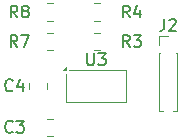
<source format=gbr>
%TF.GenerationSoftware,KiCad,Pcbnew,9.0.4*%
%TF.CreationDate,2025-11-12T18:25:33-05:00*%
%TF.ProjectId,hermes,6865726d-6573-42e6-9b69-6361645f7063,rev?*%
%TF.SameCoordinates,Original*%
%TF.FileFunction,Legend,Top*%
%TF.FilePolarity,Positive*%
%FSLAX46Y46*%
G04 Gerber Fmt 4.6, Leading zero omitted, Abs format (unit mm)*
G04 Created by KiCad (PCBNEW 9.0.4) date 2025-11-12 18:25:33*
%MOMM*%
%LPD*%
G01*
G04 APERTURE LIST*
%ADD10C,0.150000*%
%ADD11C,0.120000*%
G04 APERTURE END LIST*
D10*
X164245833Y-107704819D02*
X163912500Y-107228628D01*
X163674405Y-107704819D02*
X163674405Y-106704819D01*
X163674405Y-106704819D02*
X164055357Y-106704819D01*
X164055357Y-106704819D02*
X164150595Y-106752438D01*
X164150595Y-106752438D02*
X164198214Y-106800057D01*
X164198214Y-106800057D02*
X164245833Y-106895295D01*
X164245833Y-106895295D02*
X164245833Y-107038152D01*
X164245833Y-107038152D02*
X164198214Y-107133390D01*
X164198214Y-107133390D02*
X164150595Y-107181009D01*
X164150595Y-107181009D02*
X164055357Y-107228628D01*
X164055357Y-107228628D02*
X163674405Y-107228628D01*
X164817262Y-107133390D02*
X164722024Y-107085771D01*
X164722024Y-107085771D02*
X164674405Y-107038152D01*
X164674405Y-107038152D02*
X164626786Y-106942914D01*
X164626786Y-106942914D02*
X164626786Y-106895295D01*
X164626786Y-106895295D02*
X164674405Y-106800057D01*
X164674405Y-106800057D02*
X164722024Y-106752438D01*
X164722024Y-106752438D02*
X164817262Y-106704819D01*
X164817262Y-106704819D02*
X165007738Y-106704819D01*
X165007738Y-106704819D02*
X165102976Y-106752438D01*
X165102976Y-106752438D02*
X165150595Y-106800057D01*
X165150595Y-106800057D02*
X165198214Y-106895295D01*
X165198214Y-106895295D02*
X165198214Y-106942914D01*
X165198214Y-106942914D02*
X165150595Y-107038152D01*
X165150595Y-107038152D02*
X165102976Y-107085771D01*
X165102976Y-107085771D02*
X165007738Y-107133390D01*
X165007738Y-107133390D02*
X164817262Y-107133390D01*
X164817262Y-107133390D02*
X164722024Y-107181009D01*
X164722024Y-107181009D02*
X164674405Y-107228628D01*
X164674405Y-107228628D02*
X164626786Y-107323866D01*
X164626786Y-107323866D02*
X164626786Y-107514342D01*
X164626786Y-107514342D02*
X164674405Y-107609580D01*
X164674405Y-107609580D02*
X164722024Y-107657200D01*
X164722024Y-107657200D02*
X164817262Y-107704819D01*
X164817262Y-107704819D02*
X165007738Y-107704819D01*
X165007738Y-107704819D02*
X165102976Y-107657200D01*
X165102976Y-107657200D02*
X165150595Y-107609580D01*
X165150595Y-107609580D02*
X165198214Y-107514342D01*
X165198214Y-107514342D02*
X165198214Y-107323866D01*
X165198214Y-107323866D02*
X165150595Y-107228628D01*
X165150595Y-107228628D02*
X165102976Y-107181009D01*
X165102976Y-107181009D02*
X165007738Y-107133390D01*
X164245833Y-110204819D02*
X163912500Y-109728628D01*
X163674405Y-110204819D02*
X163674405Y-109204819D01*
X163674405Y-109204819D02*
X164055357Y-109204819D01*
X164055357Y-109204819D02*
X164150595Y-109252438D01*
X164150595Y-109252438D02*
X164198214Y-109300057D01*
X164198214Y-109300057D02*
X164245833Y-109395295D01*
X164245833Y-109395295D02*
X164245833Y-109538152D01*
X164245833Y-109538152D02*
X164198214Y-109633390D01*
X164198214Y-109633390D02*
X164150595Y-109681009D01*
X164150595Y-109681009D02*
X164055357Y-109728628D01*
X164055357Y-109728628D02*
X163674405Y-109728628D01*
X164579167Y-109204819D02*
X165245833Y-109204819D01*
X165245833Y-109204819D02*
X164817262Y-110204819D01*
X173745833Y-107704819D02*
X173412500Y-107228628D01*
X173174405Y-107704819D02*
X173174405Y-106704819D01*
X173174405Y-106704819D02*
X173555357Y-106704819D01*
X173555357Y-106704819D02*
X173650595Y-106752438D01*
X173650595Y-106752438D02*
X173698214Y-106800057D01*
X173698214Y-106800057D02*
X173745833Y-106895295D01*
X173745833Y-106895295D02*
X173745833Y-107038152D01*
X173745833Y-107038152D02*
X173698214Y-107133390D01*
X173698214Y-107133390D02*
X173650595Y-107181009D01*
X173650595Y-107181009D02*
X173555357Y-107228628D01*
X173555357Y-107228628D02*
X173174405Y-107228628D01*
X174602976Y-107038152D02*
X174602976Y-107704819D01*
X174364881Y-106657200D02*
X174126786Y-107371485D01*
X174126786Y-107371485D02*
X174745833Y-107371485D01*
X173745833Y-110204819D02*
X173412500Y-109728628D01*
X173174405Y-110204819D02*
X173174405Y-109204819D01*
X173174405Y-109204819D02*
X173555357Y-109204819D01*
X173555357Y-109204819D02*
X173650595Y-109252438D01*
X173650595Y-109252438D02*
X173698214Y-109300057D01*
X173698214Y-109300057D02*
X173745833Y-109395295D01*
X173745833Y-109395295D02*
X173745833Y-109538152D01*
X173745833Y-109538152D02*
X173698214Y-109633390D01*
X173698214Y-109633390D02*
X173650595Y-109681009D01*
X173650595Y-109681009D02*
X173555357Y-109728628D01*
X173555357Y-109728628D02*
X173174405Y-109728628D01*
X174079167Y-109204819D02*
X174698214Y-109204819D01*
X174698214Y-109204819D02*
X174364881Y-109585771D01*
X174364881Y-109585771D02*
X174507738Y-109585771D01*
X174507738Y-109585771D02*
X174602976Y-109633390D01*
X174602976Y-109633390D02*
X174650595Y-109681009D01*
X174650595Y-109681009D02*
X174698214Y-109776247D01*
X174698214Y-109776247D02*
X174698214Y-110014342D01*
X174698214Y-110014342D02*
X174650595Y-110109580D01*
X174650595Y-110109580D02*
X174602976Y-110157200D01*
X174602976Y-110157200D02*
X174507738Y-110204819D01*
X174507738Y-110204819D02*
X174222024Y-110204819D01*
X174222024Y-110204819D02*
X174126786Y-110157200D01*
X174126786Y-110157200D02*
X174079167Y-110109580D01*
X176666666Y-107844819D02*
X176666666Y-108559104D01*
X176666666Y-108559104D02*
X176619047Y-108701961D01*
X176619047Y-108701961D02*
X176523809Y-108797200D01*
X176523809Y-108797200D02*
X176380952Y-108844819D01*
X176380952Y-108844819D02*
X176285714Y-108844819D01*
X177095238Y-107940057D02*
X177142857Y-107892438D01*
X177142857Y-107892438D02*
X177238095Y-107844819D01*
X177238095Y-107844819D02*
X177476190Y-107844819D01*
X177476190Y-107844819D02*
X177571428Y-107892438D01*
X177571428Y-107892438D02*
X177619047Y-107940057D01*
X177619047Y-107940057D02*
X177666666Y-108035295D01*
X177666666Y-108035295D02*
X177666666Y-108130533D01*
X177666666Y-108130533D02*
X177619047Y-108273390D01*
X177619047Y-108273390D02*
X177047619Y-108844819D01*
X177047619Y-108844819D02*
X177666666Y-108844819D01*
X163833333Y-113859580D02*
X163785714Y-113907200D01*
X163785714Y-113907200D02*
X163642857Y-113954819D01*
X163642857Y-113954819D02*
X163547619Y-113954819D01*
X163547619Y-113954819D02*
X163404762Y-113907200D01*
X163404762Y-113907200D02*
X163309524Y-113811961D01*
X163309524Y-113811961D02*
X163261905Y-113716723D01*
X163261905Y-113716723D02*
X163214286Y-113526247D01*
X163214286Y-113526247D02*
X163214286Y-113383390D01*
X163214286Y-113383390D02*
X163261905Y-113192914D01*
X163261905Y-113192914D02*
X163309524Y-113097676D01*
X163309524Y-113097676D02*
X163404762Y-113002438D01*
X163404762Y-113002438D02*
X163547619Y-112954819D01*
X163547619Y-112954819D02*
X163642857Y-112954819D01*
X163642857Y-112954819D02*
X163785714Y-113002438D01*
X163785714Y-113002438D02*
X163833333Y-113050057D01*
X164690476Y-113288152D02*
X164690476Y-113954819D01*
X164452381Y-112907200D02*
X164214286Y-113621485D01*
X164214286Y-113621485D02*
X164833333Y-113621485D01*
X163833333Y-117359580D02*
X163785714Y-117407200D01*
X163785714Y-117407200D02*
X163642857Y-117454819D01*
X163642857Y-117454819D02*
X163547619Y-117454819D01*
X163547619Y-117454819D02*
X163404762Y-117407200D01*
X163404762Y-117407200D02*
X163309524Y-117311961D01*
X163309524Y-117311961D02*
X163261905Y-117216723D01*
X163261905Y-117216723D02*
X163214286Y-117026247D01*
X163214286Y-117026247D02*
X163214286Y-116883390D01*
X163214286Y-116883390D02*
X163261905Y-116692914D01*
X163261905Y-116692914D02*
X163309524Y-116597676D01*
X163309524Y-116597676D02*
X163404762Y-116502438D01*
X163404762Y-116502438D02*
X163547619Y-116454819D01*
X163547619Y-116454819D02*
X163642857Y-116454819D01*
X163642857Y-116454819D02*
X163785714Y-116502438D01*
X163785714Y-116502438D02*
X163833333Y-116550057D01*
X164166667Y-116454819D02*
X164785714Y-116454819D01*
X164785714Y-116454819D02*
X164452381Y-116835771D01*
X164452381Y-116835771D02*
X164595238Y-116835771D01*
X164595238Y-116835771D02*
X164690476Y-116883390D01*
X164690476Y-116883390D02*
X164738095Y-116931009D01*
X164738095Y-116931009D02*
X164785714Y-117026247D01*
X164785714Y-117026247D02*
X164785714Y-117264342D01*
X164785714Y-117264342D02*
X164738095Y-117359580D01*
X164738095Y-117359580D02*
X164690476Y-117407200D01*
X164690476Y-117407200D02*
X164595238Y-117454819D01*
X164595238Y-117454819D02*
X164309524Y-117454819D01*
X164309524Y-117454819D02*
X164214286Y-117407200D01*
X164214286Y-117407200D02*
X164166667Y-117359580D01*
X170138095Y-110754819D02*
X170138095Y-111564342D01*
X170138095Y-111564342D02*
X170185714Y-111659580D01*
X170185714Y-111659580D02*
X170233333Y-111707200D01*
X170233333Y-111707200D02*
X170328571Y-111754819D01*
X170328571Y-111754819D02*
X170519047Y-111754819D01*
X170519047Y-111754819D02*
X170614285Y-111707200D01*
X170614285Y-111707200D02*
X170661904Y-111659580D01*
X170661904Y-111659580D02*
X170709523Y-111564342D01*
X170709523Y-111564342D02*
X170709523Y-110754819D01*
X171090476Y-110754819D02*
X171709523Y-110754819D01*
X171709523Y-110754819D02*
X171376190Y-111135771D01*
X171376190Y-111135771D02*
X171519047Y-111135771D01*
X171519047Y-111135771D02*
X171614285Y-111183390D01*
X171614285Y-111183390D02*
X171661904Y-111231009D01*
X171661904Y-111231009D02*
X171709523Y-111326247D01*
X171709523Y-111326247D02*
X171709523Y-111564342D01*
X171709523Y-111564342D02*
X171661904Y-111659580D01*
X171661904Y-111659580D02*
X171614285Y-111707200D01*
X171614285Y-111707200D02*
X171519047Y-111754819D01*
X171519047Y-111754819D02*
X171233333Y-111754819D01*
X171233333Y-111754819D02*
X171138095Y-111707200D01*
X171138095Y-111707200D02*
X171090476Y-111659580D01*
D11*
%TO.C,R8*%
X167227064Y-107985000D02*
X166772936Y-107985000D01*
X167227064Y-106515000D02*
X166772936Y-106515000D01*
%TO.C,R7*%
X167227064Y-110485000D02*
X166772936Y-110485000D01*
X167227064Y-109015000D02*
X166772936Y-109015000D01*
%TO.C,R4*%
X170772936Y-106515000D02*
X171227064Y-106515000D01*
X170772936Y-107985000D02*
X171227064Y-107985000D01*
%TO.C,R3*%
X170772936Y-109015000D02*
X171227064Y-109015000D01*
X170772936Y-110485000D02*
X171227064Y-110485000D01*
%TO.C,J2*%
X176255000Y-109265000D02*
X177000000Y-109265000D01*
X176255000Y-110000000D02*
X176255000Y-109265000D01*
X176255000Y-110735000D02*
X176255000Y-115610000D01*
X176255000Y-110735000D02*
X176314435Y-110735000D01*
X176255000Y-115610000D02*
X176589970Y-115610000D01*
X177410030Y-115610000D02*
X177745000Y-115610000D01*
X177685565Y-110735000D02*
X177745000Y-110735000D01*
X177745000Y-110735000D02*
X177745000Y-115610000D01*
%TO.C,C4*%
X165265000Y-113761252D02*
X165265000Y-113238748D01*
X166735000Y-113761252D02*
X166735000Y-113238748D01*
%TO.C,C3*%
X166738748Y-116265000D02*
X167261252Y-116265000D01*
X166738748Y-117735000D02*
X167261252Y-117735000D01*
%TO.C,U3*%
X168350000Y-112450000D02*
X168350000Y-114850000D01*
X168350000Y-114850000D02*
X173450000Y-114850000D01*
X173450000Y-112150000D02*
X168650000Y-112150000D01*
X173450000Y-114850000D02*
X173450000Y-112150000D01*
X168350000Y-112150000D02*
X168070000Y-112150000D01*
X168350000Y-111870000D01*
X168350000Y-112150000D01*
G36*
X168350000Y-112150000D02*
G01*
X168070000Y-112150000D01*
X168350000Y-111870000D01*
X168350000Y-112150000D01*
G37*
%TD*%
M02*

</source>
